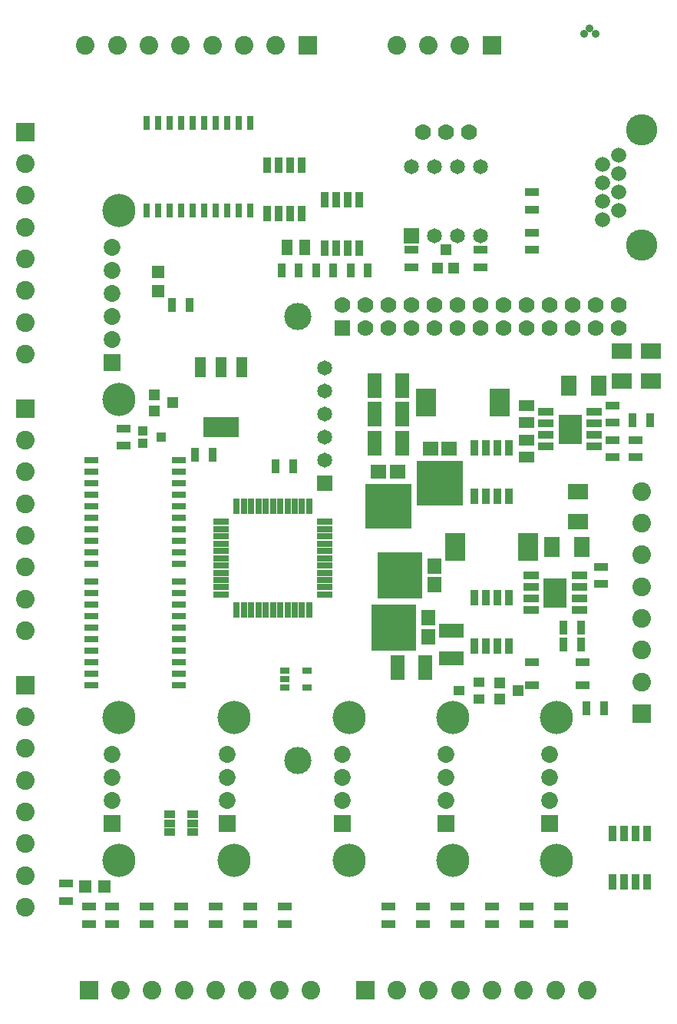
<source format=gts>
%FSLAX46Y46*%
G04 Gerber Fmt 4.6, Leading zero omitted, Abs format (unit mm)*
G04 Created by KiCad (PCBNEW (2014-10-08 BZR 5171)-product) date 10/19/2014 5:22:49 PM*
%MOMM*%
G01*
G04 APERTURE LIST*
%ADD10C,0.100000*%
%ADD11R,1.778000X1.778000*%
%ADD12C,1.778000*%
%ADD13C,3.004000*%
%ADD14R,1.651000X1.143000*%
%ADD15R,1.778000X2.286000*%
%ADD16R,2.286000X1.778000*%
%ADD17R,1.524000X2.794000*%
%ADD18R,2.794000X1.524000*%
%ADD19R,1.143000X1.651000*%
%ADD20R,1.651000X1.651000*%
%ADD21C,1.651000*%
%ADD22R,1.854200X1.854200*%
%ADD23C,1.854200*%
%ADD24C,3.657600*%
%ADD25C,1.662000*%
%ADD26C,3.454000*%
%ADD27R,1.452880X1.452880*%
%ADD28R,1.054100X1.054100*%
%ADD29R,5.054000X4.974000*%
%ADD30R,1.654000X1.524000*%
%ADD31R,4.974000X5.054000*%
%ADD32R,1.524000X1.654000*%
%ADD33R,1.168400X1.168400*%
%ADD34R,0.853440X1.653540*%
%ADD35R,0.954000X1.554000*%
%ADD36R,1.554000X0.954000*%
%ADD37R,1.554000X0.854000*%
%ADD38R,0.660400X1.778000*%
%ADD39R,1.778000X0.660400*%
%ADD40R,1.524000X0.762000*%
%ADD41R,0.762000X1.524000*%
%ADD42R,1.254760X0.955040*%
%ADD43R,1.054000X0.804000*%
%ADD44R,1.653540X0.853440*%
%ADD45R,2.514600X3.251200*%
%ADD46R,3.911600X2.286000*%
%ADD47R,1.270000X2.286000*%
%ADD48R,1.254760X1.054100*%
%ADD49C,0.889000*%
%ADD50R,2.254000X3.054000*%
%ADD51R,2.054000X2.054000*%
%ADD52C,2.054000*%
G04 APERTURE END LIST*
D10*
D11*
X156845000Y-70485000D03*
D12*
X156845000Y-67945000D03*
X159385000Y-70485000D03*
X159385000Y-67945000D03*
X161925000Y-70485000D03*
X161925000Y-67945000D03*
X164465000Y-70485000D03*
X164465000Y-67945000D03*
X167005000Y-70485000D03*
X167005000Y-67945000D03*
X169545000Y-70485000D03*
X169545000Y-67945000D03*
X172085000Y-70485000D03*
X172085000Y-67945000D03*
X174625000Y-70485000D03*
X174625000Y-67945000D03*
X177165000Y-70485000D03*
X177165000Y-67945000D03*
X179705000Y-70485000D03*
X179705000Y-67945000D03*
X182245000Y-70485000D03*
X182245000Y-67945000D03*
X184785000Y-70485000D03*
X184785000Y-67945000D03*
X187325000Y-70485000D03*
X187325000Y-67945000D03*
D13*
X151975000Y-69215000D03*
X151975000Y-118215000D03*
D14*
X177165000Y-80962500D03*
X177165000Y-79057500D03*
X177165000Y-82867500D03*
X177165000Y-84772500D03*
D15*
X185166000Y-76835000D03*
X181864000Y-76835000D03*
D16*
X187706000Y-76327000D03*
X187706000Y-73025000D03*
X190881000Y-76327000D03*
X190881000Y-73025000D03*
D17*
X163449000Y-80010000D03*
X160401000Y-80010000D03*
X163449000Y-83185000D03*
X160401000Y-83185000D03*
X163449000Y-76835000D03*
X160401000Y-76835000D03*
D15*
X183261000Y-94615000D03*
X179959000Y-94615000D03*
D16*
X182880000Y-91821000D03*
X182880000Y-88519000D03*
D18*
X168910000Y-103886000D03*
X168910000Y-106934000D03*
D17*
X165989000Y-107950000D03*
X162941000Y-107950000D03*
D19*
X152717500Y-61595000D03*
X150812500Y-61595000D03*
D20*
X154940000Y-87630000D03*
D21*
X154940000Y-85090000D03*
X154940000Y-82550000D03*
X154940000Y-80010000D03*
X154940000Y-77470000D03*
X154940000Y-74930000D03*
D22*
X179705000Y-125095000D03*
D23*
X179705000Y-122555000D03*
X179705000Y-120015000D03*
X179705000Y-117475000D03*
D24*
X180467000Y-129159000D03*
X180467000Y-113411000D03*
D22*
X168275000Y-125095000D03*
D23*
X168275000Y-122555000D03*
X168275000Y-120015000D03*
X168275000Y-117475000D03*
D24*
X169037000Y-129159000D03*
X169037000Y-113411000D03*
D22*
X156845000Y-125095000D03*
D23*
X156845000Y-122555000D03*
X156845000Y-120015000D03*
X156845000Y-117475000D03*
D24*
X157607000Y-129159000D03*
X157607000Y-113411000D03*
D22*
X131445000Y-74295000D03*
D23*
X131445000Y-71755000D03*
X131445000Y-69215000D03*
X131445000Y-66675000D03*
D24*
X132207000Y-78359000D03*
X132207000Y-57531000D03*
D23*
X131445000Y-64135000D03*
X131445000Y-61595000D03*
D22*
X144145000Y-125095000D03*
D23*
X144145000Y-122555000D03*
X144145000Y-120015000D03*
X144145000Y-117475000D03*
D24*
X144907000Y-129159000D03*
X144907000Y-113411000D03*
D22*
X131445000Y-125095000D03*
D23*
X131445000Y-122555000D03*
X131445000Y-120015000D03*
X131445000Y-117475000D03*
D24*
X132207000Y-129159000D03*
X132207000Y-113411000D03*
D25*
X187325000Y-51435000D03*
X185545000Y-52455000D03*
X187325000Y-53475000D03*
X185545000Y-54495000D03*
X187325000Y-55515000D03*
X185545000Y-56535000D03*
X187325000Y-57555000D03*
X185545000Y-58575000D03*
D26*
X189865000Y-48640000D03*
X189865000Y-61340000D03*
D27*
X128490980Y-132080000D03*
X130589020Y-132080000D03*
X136525000Y-66454020D03*
X136525000Y-64355980D03*
D28*
X134889240Y-81848960D03*
X134889240Y-83251040D03*
X136888220Y-82550000D03*
D29*
X167640000Y-87630000D03*
D30*
X166600000Y-83825000D03*
X168680000Y-83825000D03*
D29*
X161925000Y-90170000D03*
D30*
X160885000Y-86365000D03*
X162965000Y-86365000D03*
D31*
X162560000Y-103505000D03*
D32*
X166365000Y-102465000D03*
X166365000Y-104545000D03*
D31*
X163195000Y-97790000D03*
D32*
X167000000Y-96750000D03*
X167000000Y-98830000D03*
D33*
X136144000Y-79629000D03*
X136144000Y-77851000D03*
X138176000Y-78740000D03*
X169164000Y-63881000D03*
X167386000Y-63881000D03*
X168275000Y-61849000D03*
D34*
X171450000Y-83693000D03*
X171450000Y-89027000D03*
X172720000Y-83693000D03*
X173990000Y-83693000D03*
X175260000Y-83693000D03*
X172720000Y-89027000D03*
X173990000Y-89027000D03*
X175260000Y-89027000D03*
X171450000Y-100203000D03*
X171450000Y-105537000D03*
X172720000Y-100203000D03*
X173990000Y-100203000D03*
X175260000Y-100203000D03*
X172720000Y-105537000D03*
X173990000Y-105537000D03*
X175260000Y-105537000D03*
D33*
X174244000Y-111379000D03*
X174244000Y-109601000D03*
X176276000Y-110490000D03*
D34*
X186690000Y-126238000D03*
X186690000Y-131572000D03*
X187960000Y-126238000D03*
X189230000Y-126238000D03*
X190500000Y-126238000D03*
X187960000Y-131572000D03*
X189230000Y-131572000D03*
X190500000Y-131572000D03*
X148590000Y-52578000D03*
X148590000Y-57912000D03*
X149860000Y-52578000D03*
X151130000Y-52578000D03*
X152400000Y-52578000D03*
X149860000Y-57912000D03*
X151130000Y-57912000D03*
X152400000Y-57912000D03*
D35*
X149545000Y-85725000D03*
X151445000Y-85725000D03*
X138115000Y-67945000D03*
X140015000Y-67945000D03*
D36*
X126365000Y-133665000D03*
X126365000Y-131765000D03*
D35*
X140655000Y-84455000D03*
X142555000Y-84455000D03*
D36*
X180975000Y-136205000D03*
X180975000Y-134305000D03*
X177165000Y-136205000D03*
X177165000Y-134305000D03*
X173355000Y-136205000D03*
X173355000Y-134305000D03*
X169545000Y-136205000D03*
X169545000Y-134305000D03*
X165735000Y-136205000D03*
X165735000Y-134305000D03*
X161925000Y-136205000D03*
X161925000Y-134305000D03*
X164465000Y-63815000D03*
X164465000Y-61915000D03*
X172085000Y-63815000D03*
X172085000Y-61915000D03*
X150495000Y-136205000D03*
X150495000Y-134305000D03*
X146685000Y-136205000D03*
X146685000Y-134305000D03*
X142875000Y-136205000D03*
X142875000Y-134305000D03*
X139065000Y-136205000D03*
X139065000Y-134305000D03*
X135255000Y-136205000D03*
X135255000Y-134305000D03*
X131445000Y-136205000D03*
X131445000Y-134305000D03*
X132715000Y-83500000D03*
X132715000Y-81600000D03*
X128905000Y-136205000D03*
X128905000Y-134305000D03*
X186690000Y-80960000D03*
X186690000Y-79060000D03*
X189230000Y-82870000D03*
X189230000Y-84770000D03*
D35*
X190815000Y-80645000D03*
X188915000Y-80645000D03*
D36*
X186690000Y-84770000D03*
X186690000Y-82870000D03*
X185420000Y-98740000D03*
X185420000Y-96840000D03*
D35*
X183195000Y-105410000D03*
X181295000Y-105410000D03*
X181295000Y-103505000D03*
X183195000Y-103505000D03*
X183835000Y-112395000D03*
X185735000Y-112395000D03*
X152080000Y-64135000D03*
X150180000Y-64135000D03*
D36*
X177800000Y-57465000D03*
X177800000Y-55565000D03*
X177800000Y-60010000D03*
X177800000Y-61910000D03*
D35*
X157800000Y-64135000D03*
X159700000Y-64135000D03*
X155890000Y-64135000D03*
X153990000Y-64135000D03*
D12*
X168275000Y-48895000D03*
X170815000Y-48895000D03*
X165735000Y-48895000D03*
D37*
X177800000Y-107315000D03*
X177800000Y-109855000D03*
X183400000Y-109855000D03*
X183400000Y-107315000D03*
D38*
X149225000Y-101600000D03*
X150025100Y-101600000D03*
X150825200Y-101600000D03*
X151625300Y-101600000D03*
X152425400Y-101600000D03*
X153225500Y-101600000D03*
X148424900Y-101600000D03*
X147624800Y-101600000D03*
X146824700Y-101600000D03*
X146024600Y-101600000D03*
X145224500Y-101600000D03*
X149225000Y-90170000D03*
X150025100Y-90170000D03*
X150825200Y-90170000D03*
X151625300Y-90170000D03*
X152425400Y-90170000D03*
X153225500Y-90170000D03*
X148424900Y-90170000D03*
X147624800Y-90170000D03*
X146824700Y-90170000D03*
X146024600Y-90170000D03*
X145224500Y-90170000D03*
D39*
X154940000Y-95885000D03*
X143510000Y-95885000D03*
X154940000Y-95084900D03*
X143510000Y-95084900D03*
X143510000Y-94284800D03*
X154940000Y-94284800D03*
X154940000Y-93484700D03*
X143510000Y-93484700D03*
X143510000Y-92684600D03*
X154940000Y-92684600D03*
X154940000Y-91884500D03*
X143510000Y-91884500D03*
X143510000Y-96685100D03*
X154940000Y-96685100D03*
X154940000Y-97485200D03*
X143510000Y-97485200D03*
X143510000Y-98285300D03*
X154940000Y-98285300D03*
X154940000Y-99085400D03*
X143510000Y-99085400D03*
X143510000Y-99885500D03*
X154940000Y-99885500D03*
D40*
X129159000Y-98425000D03*
X129159000Y-99695000D03*
X129159000Y-100965000D03*
X129159000Y-102235000D03*
X129159000Y-103505000D03*
X129159000Y-104775000D03*
X129159000Y-106045000D03*
X129159000Y-107315000D03*
X129159000Y-108585000D03*
X129159000Y-109855000D03*
X138811000Y-109855000D03*
X138811000Y-108585000D03*
X138811000Y-107315000D03*
X138811000Y-106045000D03*
X138811000Y-104775000D03*
X138811000Y-103505000D03*
X138811000Y-102235000D03*
X138811000Y-100965000D03*
X138811000Y-99695000D03*
X138811000Y-98425000D03*
X129159000Y-85090000D03*
X129159000Y-86360000D03*
X129159000Y-87630000D03*
X129159000Y-88900000D03*
X129159000Y-90170000D03*
X129159000Y-91440000D03*
X129159000Y-92710000D03*
X129159000Y-93980000D03*
X129159000Y-95250000D03*
X129159000Y-96520000D03*
X138811000Y-96520000D03*
X138811000Y-95250000D03*
X138811000Y-93980000D03*
X138811000Y-92710000D03*
X138811000Y-91440000D03*
X138811000Y-90170000D03*
X138811000Y-88900000D03*
X138811000Y-87630000D03*
X138811000Y-86360000D03*
X138811000Y-85090000D03*
D41*
X146685000Y-47879000D03*
X145415000Y-47879000D03*
X144145000Y-47879000D03*
X142875000Y-47879000D03*
X141605000Y-47879000D03*
X140335000Y-47879000D03*
X139065000Y-47879000D03*
X137795000Y-47879000D03*
X136525000Y-47879000D03*
X135255000Y-47879000D03*
X135255000Y-57531000D03*
X136525000Y-57531000D03*
X137795000Y-57531000D03*
X139065000Y-57531000D03*
X140335000Y-57531000D03*
X141605000Y-57531000D03*
X142875000Y-57531000D03*
X144145000Y-57531000D03*
X145415000Y-57531000D03*
X146685000Y-57531000D03*
D20*
X164465000Y-60325000D03*
D21*
X167005000Y-60325000D03*
X169545000Y-60325000D03*
X172085000Y-60325000D03*
X172085000Y-52705000D03*
X169545000Y-52705000D03*
X167005000Y-52705000D03*
X164465000Y-52705000D03*
D42*
X137795000Y-126047500D03*
X137795000Y-125095000D03*
X137795000Y-124142500D03*
X140335000Y-124142500D03*
X140335000Y-125095000D03*
X140335000Y-126047500D03*
D43*
X150565000Y-108270000D03*
X150565000Y-109220000D03*
X150565000Y-110170000D03*
X152965000Y-110170000D03*
X152965000Y-108270000D03*
D44*
X184658000Y-79756000D03*
X179324000Y-79756000D03*
X184658000Y-81026000D03*
X184658000Y-82296000D03*
X184658000Y-83566000D03*
X179324000Y-81026000D03*
X179324000Y-82296000D03*
X179324000Y-83566000D03*
D45*
X181991000Y-81661000D03*
D44*
X183007000Y-97790000D03*
X177673000Y-97790000D03*
X183007000Y-99060000D03*
X183007000Y-100330000D03*
X183007000Y-101600000D03*
X177673000Y-99060000D03*
X177673000Y-100330000D03*
X177673000Y-101600000D03*
D45*
X180340000Y-99695000D03*
D46*
X143510000Y-81407000D03*
D47*
X143510000Y-74803000D03*
X141224000Y-74803000D03*
X145796000Y-74803000D03*
D48*
X169715180Y-110490000D03*
X171914820Y-109537500D03*
X171914820Y-111442500D03*
D34*
X158750000Y-61722000D03*
X158750000Y-56388000D03*
X157480000Y-61722000D03*
X156210000Y-61722000D03*
X154940000Y-61722000D03*
X157480000Y-56388000D03*
X156210000Y-56388000D03*
X154940000Y-56388000D03*
D49*
X183515000Y-38100000D03*
X184785000Y-38100000D03*
X184150000Y-37465000D03*
D50*
X174230000Y-78740000D03*
X166130000Y-78740000D03*
X177405000Y-94615000D03*
X169305000Y-94615000D03*
D51*
X128905000Y-143510000D03*
D52*
X132405000Y-143510000D03*
X135905000Y-143510000D03*
X139405000Y-143510000D03*
X142905000Y-143510000D03*
X146405000Y-143510000D03*
X149905000Y-143510000D03*
X153405000Y-143510000D03*
D51*
X159385000Y-143510000D03*
D52*
X162885000Y-143510000D03*
X166385000Y-143510000D03*
X169885000Y-143510000D03*
X173385000Y-143510000D03*
X176885000Y-143510000D03*
X180385000Y-143510000D03*
X183885000Y-143510000D03*
D51*
X153035000Y-39370000D03*
D52*
X149535000Y-39370000D03*
X146035000Y-39370000D03*
X142535000Y-39370000D03*
X139035000Y-39370000D03*
X135535000Y-39370000D03*
X132035000Y-39370000D03*
X128535000Y-39370000D03*
D51*
X173355000Y-39370000D03*
D52*
X169855000Y-39370000D03*
X166355000Y-39370000D03*
X162855000Y-39370000D03*
D51*
X121920000Y-109855000D03*
D52*
X121920000Y-113355000D03*
X121920000Y-116855000D03*
X121920000Y-120355000D03*
X121920000Y-123855000D03*
X121920000Y-127355000D03*
X121920000Y-130855000D03*
X121920000Y-134355000D03*
D51*
X121920000Y-79375000D03*
D52*
X121920000Y-82875000D03*
X121920000Y-86375000D03*
X121920000Y-89875000D03*
X121920000Y-93375000D03*
X121920000Y-96875000D03*
X121920000Y-100375000D03*
X121920000Y-103875000D03*
D51*
X121920000Y-48895000D03*
D52*
X121920000Y-52395000D03*
X121920000Y-55895000D03*
X121920000Y-59395000D03*
X121920000Y-62895000D03*
X121920000Y-66395000D03*
X121920000Y-69895000D03*
X121920000Y-73395000D03*
D51*
X189865000Y-113030000D03*
D52*
X189865000Y-109530000D03*
X189865000Y-106030000D03*
X189865000Y-102530000D03*
X189865000Y-99030000D03*
X189865000Y-95530000D03*
X189865000Y-92030000D03*
X189865000Y-88530000D03*
M02*

</source>
